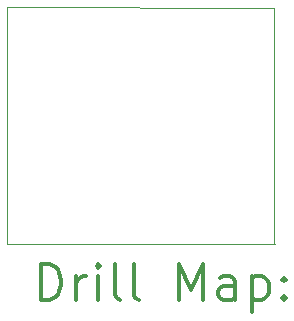
<source format=gbr>
%FSLAX45Y45*%
G04 Gerber Fmt 4.5, Leading zero omitted, Abs format (unit mm)*
G04 Created by KiCad (PCBNEW (5.1.9)-1) date 2021-04-04 18:43:19*
%MOMM*%
%LPD*%
G01*
G04 APERTURE LIST*
%TA.AperFunction,Profile*%
%ADD10C,0.050000*%
%TD*%
%ADD11C,0.200000*%
%ADD12C,0.300000*%
G04 APERTURE END LIST*
D10*
X13998000Y-12091000D02*
X14002000Y-12091000D01*
X14003000Y-12091000D02*
X16262000Y-12092000D01*
X13999000Y-10085000D02*
X13998000Y-12091000D01*
X16259000Y-10086000D02*
X13999000Y-10085000D01*
X16260000Y-12092000D02*
X16259000Y-10086000D01*
D11*
D12*
X14281928Y-12560214D02*
X14281928Y-12260214D01*
X14353357Y-12260214D01*
X14396214Y-12274500D01*
X14424786Y-12303071D01*
X14439071Y-12331643D01*
X14453357Y-12388786D01*
X14453357Y-12431643D01*
X14439071Y-12488786D01*
X14424786Y-12517357D01*
X14396214Y-12545929D01*
X14353357Y-12560214D01*
X14281928Y-12560214D01*
X14581928Y-12560214D02*
X14581928Y-12360214D01*
X14581928Y-12417357D02*
X14596214Y-12388786D01*
X14610500Y-12374500D01*
X14639071Y-12360214D01*
X14667643Y-12360214D01*
X14767643Y-12560214D02*
X14767643Y-12360214D01*
X14767643Y-12260214D02*
X14753357Y-12274500D01*
X14767643Y-12288786D01*
X14781928Y-12274500D01*
X14767643Y-12260214D01*
X14767643Y-12288786D01*
X14953357Y-12560214D02*
X14924786Y-12545929D01*
X14910500Y-12517357D01*
X14910500Y-12260214D01*
X15110500Y-12560214D02*
X15081928Y-12545929D01*
X15067643Y-12517357D01*
X15067643Y-12260214D01*
X15453357Y-12560214D02*
X15453357Y-12260214D01*
X15553357Y-12474500D01*
X15653357Y-12260214D01*
X15653357Y-12560214D01*
X15924786Y-12560214D02*
X15924786Y-12403071D01*
X15910500Y-12374500D01*
X15881928Y-12360214D01*
X15824786Y-12360214D01*
X15796214Y-12374500D01*
X15924786Y-12545929D02*
X15896214Y-12560214D01*
X15824786Y-12560214D01*
X15796214Y-12545929D01*
X15781928Y-12517357D01*
X15781928Y-12488786D01*
X15796214Y-12460214D01*
X15824786Y-12445929D01*
X15896214Y-12445929D01*
X15924786Y-12431643D01*
X16067643Y-12360214D02*
X16067643Y-12660214D01*
X16067643Y-12374500D02*
X16096214Y-12360214D01*
X16153357Y-12360214D01*
X16181928Y-12374500D01*
X16196214Y-12388786D01*
X16210500Y-12417357D01*
X16210500Y-12503071D01*
X16196214Y-12531643D01*
X16181928Y-12545929D01*
X16153357Y-12560214D01*
X16096214Y-12560214D01*
X16067643Y-12545929D01*
X16339071Y-12531643D02*
X16353357Y-12545929D01*
X16339071Y-12560214D01*
X16324786Y-12545929D01*
X16339071Y-12531643D01*
X16339071Y-12560214D01*
X16339071Y-12374500D02*
X16353357Y-12388786D01*
X16339071Y-12403071D01*
X16324786Y-12388786D01*
X16339071Y-12374500D01*
X16339071Y-12403071D01*
M02*

</source>
